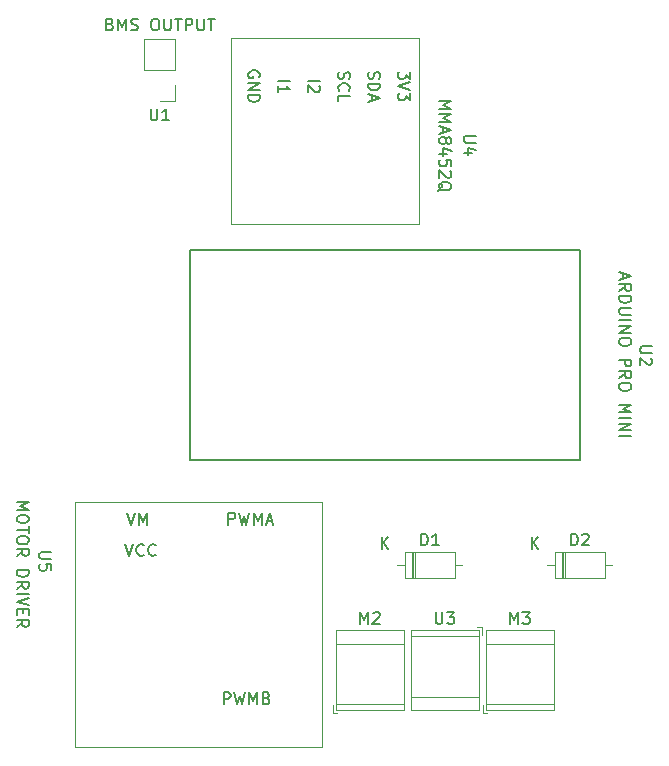
<source format=gbr>
%TF.GenerationSoftware,KiCad,Pcbnew,(6.0.1)*%
%TF.CreationDate,2022-05-15T10:58:49-07:00*%
%TF.ProjectId,BlackberryJam_pcb,426c6163-6b62-4657-9272-794a616d5f70,rev?*%
%TF.SameCoordinates,Original*%
%TF.FileFunction,Legend,Top*%
%TF.FilePolarity,Positive*%
%FSLAX46Y46*%
G04 Gerber Fmt 4.6, Leading zero omitted, Abs format (unit mm)*
G04 Created by KiCad (PCBNEW (6.0.1)) date 2022-05-15 10:58:49*
%MOMM*%
%LPD*%
G01*
G04 APERTURE LIST*
%ADD10C,0.150000*%
%ADD11C,0.120000*%
%ADD12C,0.127000*%
G04 APERTURE END LIST*
D10*
%TO.C,U5*%
X7324310Y-47158853D02*
X6514786Y-47158853D01*
X6419548Y-47206472D01*
X6371929Y-47254091D01*
X6324310Y-47349329D01*
X6324310Y-47539805D01*
X6371929Y-47635043D01*
X6419548Y-47682662D01*
X6514786Y-47730281D01*
X7324310Y-47730281D01*
X7324310Y-48682662D02*
X7324310Y-48206472D01*
X6848119Y-48158853D01*
X6895738Y-48206472D01*
X6943357Y-48301710D01*
X6943357Y-48539805D01*
X6895738Y-48635043D01*
X6848119Y-48682662D01*
X6752881Y-48730281D01*
X6514786Y-48730281D01*
X6419548Y-48682662D01*
X6371929Y-48635043D01*
X6324310Y-48539805D01*
X6324310Y-48301710D01*
X6371929Y-48206472D01*
X6419548Y-48158853D01*
X4415889Y-42915788D02*
X5415889Y-42915788D01*
X4701603Y-43249121D01*
X5415889Y-43582454D01*
X4415889Y-43582454D01*
X5415889Y-44249121D02*
X5415889Y-44439597D01*
X5368270Y-44534835D01*
X5273031Y-44630073D01*
X5082555Y-44677693D01*
X4749222Y-44677693D01*
X4558746Y-44630073D01*
X4463508Y-44534835D01*
X4415889Y-44439597D01*
X4415889Y-44249121D01*
X4463508Y-44153883D01*
X4558746Y-44058645D01*
X4749222Y-44011026D01*
X5082555Y-44011026D01*
X5273031Y-44058645D01*
X5368270Y-44153883D01*
X5415889Y-44249121D01*
X5415889Y-44963407D02*
X5415889Y-45534835D01*
X4415889Y-45249121D02*
X5415889Y-45249121D01*
X5415889Y-46058645D02*
X5415889Y-46249121D01*
X5368270Y-46344359D01*
X5273031Y-46439597D01*
X5082555Y-46487216D01*
X4749222Y-46487216D01*
X4558746Y-46439597D01*
X4463508Y-46344359D01*
X4415889Y-46249121D01*
X4415889Y-46058645D01*
X4463508Y-45963407D01*
X4558746Y-45868169D01*
X4749222Y-45820550D01*
X5082555Y-45820550D01*
X5273031Y-45868169D01*
X5368270Y-45963407D01*
X5415889Y-46058645D01*
X4415889Y-47487216D02*
X4892079Y-47153883D01*
X4415889Y-46915788D02*
X5415889Y-46915788D01*
X5415889Y-47296740D01*
X5368270Y-47391978D01*
X5320650Y-47439597D01*
X5225412Y-47487216D01*
X5082555Y-47487216D01*
X4987317Y-47439597D01*
X4939698Y-47391978D01*
X4892079Y-47296740D01*
X4892079Y-46915788D01*
X4415889Y-48677693D02*
X5415889Y-48677693D01*
X5415889Y-48915788D01*
X5368270Y-49058645D01*
X5273031Y-49153883D01*
X5177793Y-49201502D01*
X4987317Y-49249121D01*
X4844460Y-49249121D01*
X4653984Y-49201502D01*
X4558746Y-49153883D01*
X4463508Y-49058645D01*
X4415889Y-48915788D01*
X4415889Y-48677693D01*
X4415889Y-50249121D02*
X4892079Y-49915788D01*
X4415889Y-49677693D02*
X5415889Y-49677693D01*
X5415889Y-50058645D01*
X5368270Y-50153883D01*
X5320650Y-50201502D01*
X5225412Y-50249121D01*
X5082555Y-50249121D01*
X4987317Y-50201502D01*
X4939698Y-50153883D01*
X4892079Y-50058645D01*
X4892079Y-49677693D01*
X4415889Y-50677693D02*
X5415889Y-50677693D01*
X5415889Y-51011026D02*
X4415889Y-51344359D01*
X5415889Y-51677693D01*
X4939698Y-52011026D02*
X4939698Y-52344359D01*
X4415889Y-52487216D02*
X4415889Y-52011026D01*
X5415889Y-52011026D01*
X5415889Y-52487216D01*
X4415889Y-53487216D02*
X4892079Y-53153883D01*
X4415889Y-52915788D02*
X5415889Y-52915788D01*
X5415889Y-53296740D01*
X5368269Y-53391978D01*
X5320650Y-53439597D01*
X5225412Y-53487216D01*
X5082555Y-53487216D01*
X4987317Y-53439597D01*
X4939698Y-53391978D01*
X4892079Y-53296740D01*
X4892079Y-52915788D01*
X13781929Y-43870699D02*
X14115262Y-44870699D01*
X14448595Y-43870699D01*
X14781929Y-44870699D02*
X14781929Y-43870699D01*
X15115262Y-44584985D01*
X15448595Y-43870699D01*
X15448595Y-44870699D01*
X13593657Y-46477037D02*
X13926991Y-47477037D01*
X14260324Y-46477037D01*
X15165086Y-47381799D02*
X15117467Y-47429418D01*
X14974610Y-47477037D01*
X14879371Y-47477037D01*
X14736514Y-47429418D01*
X14641276Y-47334180D01*
X14593657Y-47238942D01*
X14546038Y-47048466D01*
X14546038Y-46905609D01*
X14593657Y-46715133D01*
X14641276Y-46619895D01*
X14736514Y-46524657D01*
X14879371Y-46477037D01*
X14974610Y-46477037D01*
X15117467Y-46524657D01*
X15165086Y-46572276D01*
X16165086Y-47381799D02*
X16117467Y-47429418D01*
X15974610Y-47477037D01*
X15879371Y-47477037D01*
X15736514Y-47429418D01*
X15641276Y-47334180D01*
X15593657Y-47238942D01*
X15546038Y-47048466D01*
X15546038Y-46905609D01*
X15593657Y-46715133D01*
X15641276Y-46619895D01*
X15736514Y-46524657D01*
X15879371Y-46477037D01*
X15974610Y-46477037D01*
X16117467Y-46524657D01*
X16165086Y-46572276D01*
X22336994Y-44832137D02*
X22336994Y-43832137D01*
X22717947Y-43832137D01*
X22813185Y-43879757D01*
X22860804Y-43927376D01*
X22908423Y-44022614D01*
X22908423Y-44165471D01*
X22860804Y-44260709D01*
X22813185Y-44308328D01*
X22717947Y-44355947D01*
X22336994Y-44355947D01*
X23241756Y-43832137D02*
X23479851Y-44832137D01*
X23670328Y-44117852D01*
X23860804Y-44832137D01*
X24098899Y-43832137D01*
X24479851Y-44832137D02*
X24479851Y-43832137D01*
X24813185Y-44546423D01*
X25146518Y-43832137D01*
X25146518Y-44832137D01*
X25575089Y-44546423D02*
X26051280Y-44546423D01*
X25479851Y-44832137D02*
X25813185Y-43832137D01*
X26146518Y-44832137D01*
X21940891Y-60037749D02*
X21940891Y-59037749D01*
X22321843Y-59037749D01*
X22417081Y-59085369D01*
X22464700Y-59132988D01*
X22512319Y-59228226D01*
X22512319Y-59371083D01*
X22464700Y-59466321D01*
X22417081Y-59513940D01*
X22321843Y-59561559D01*
X21940891Y-59561559D01*
X22845653Y-59037749D02*
X23083748Y-60037749D01*
X23274224Y-59323464D01*
X23464700Y-60037749D01*
X23702795Y-59037749D01*
X24083748Y-60037749D02*
X24083748Y-59037749D01*
X24417081Y-59752035D01*
X24750414Y-59037749D01*
X24750414Y-60037749D01*
X25559938Y-59513940D02*
X25702795Y-59561559D01*
X25750414Y-59609178D01*
X25798033Y-59704416D01*
X25798033Y-59847273D01*
X25750414Y-59942511D01*
X25702795Y-59990130D01*
X25607557Y-60037749D01*
X25226605Y-60037749D01*
X25226605Y-59037749D01*
X25559938Y-59037749D01*
X25655176Y-59085369D01*
X25702795Y-59132988D01*
X25750414Y-59228226D01*
X25750414Y-59323464D01*
X25702795Y-59418702D01*
X25655176Y-59466321D01*
X25559938Y-59513940D01*
X25226605Y-59513940D01*
%TO.C,U4*%
X43252581Y-11915272D02*
X42443057Y-11915272D01*
X42347819Y-11962891D01*
X42300200Y-12010510D01*
X42252581Y-12105748D01*
X42252581Y-12296224D01*
X42300200Y-12391462D01*
X42347819Y-12439081D01*
X42443057Y-12486700D01*
X43252581Y-12486700D01*
X42919247Y-13391462D02*
X42252581Y-13391462D01*
X43300200Y-13153367D02*
X42585914Y-12915272D01*
X42585914Y-13534319D01*
X40187619Y-8938095D02*
X41187619Y-8938095D01*
X40473333Y-9271428D01*
X41187619Y-9604761D01*
X40187619Y-9604761D01*
X40187619Y-10080952D02*
X41187619Y-10080952D01*
X40473333Y-10414285D01*
X41187619Y-10747619D01*
X40187619Y-10747619D01*
X40473333Y-11176190D02*
X40473333Y-11652380D01*
X40187619Y-11080952D02*
X41187619Y-11414285D01*
X40187619Y-11747619D01*
X40759047Y-12223809D02*
X40806666Y-12128571D01*
X40854285Y-12080952D01*
X40949523Y-12033333D01*
X40997142Y-12033333D01*
X41092380Y-12080952D01*
X41140000Y-12128571D01*
X41187619Y-12223809D01*
X41187619Y-12414285D01*
X41140000Y-12509523D01*
X41092380Y-12557142D01*
X40997142Y-12604761D01*
X40949523Y-12604761D01*
X40854285Y-12557142D01*
X40806666Y-12509523D01*
X40759047Y-12414285D01*
X40759047Y-12223809D01*
X40711428Y-12128571D01*
X40663809Y-12080952D01*
X40568571Y-12033333D01*
X40378095Y-12033333D01*
X40282857Y-12080952D01*
X40235238Y-12128571D01*
X40187619Y-12223809D01*
X40187619Y-12414285D01*
X40235238Y-12509523D01*
X40282857Y-12557142D01*
X40378095Y-12604761D01*
X40568571Y-12604761D01*
X40663809Y-12557142D01*
X40711428Y-12509523D01*
X40759047Y-12414285D01*
X40854285Y-13461904D02*
X40187619Y-13461904D01*
X41235238Y-13223809D02*
X40520952Y-12985714D01*
X40520952Y-13604761D01*
X41187619Y-14461904D02*
X41187619Y-13985714D01*
X40711428Y-13938095D01*
X40759047Y-13985714D01*
X40806666Y-14080952D01*
X40806666Y-14319047D01*
X40759047Y-14414285D01*
X40711428Y-14461904D01*
X40616190Y-14509523D01*
X40378095Y-14509523D01*
X40282857Y-14461904D01*
X40235238Y-14414285D01*
X40187619Y-14319047D01*
X40187619Y-14080952D01*
X40235238Y-13985714D01*
X40282857Y-13938095D01*
X41092380Y-14890476D02*
X41140000Y-14938095D01*
X41187619Y-15033333D01*
X41187619Y-15271428D01*
X41140000Y-15366666D01*
X41092380Y-15414285D01*
X40997142Y-15461904D01*
X40901904Y-15461904D01*
X40759047Y-15414285D01*
X40187619Y-14842857D01*
X40187619Y-15461904D01*
X40092380Y-16557142D02*
X40140000Y-16461904D01*
X40235238Y-16366666D01*
X40378095Y-16223809D01*
X40425714Y-16128571D01*
X40425714Y-16033333D01*
X40187619Y-16080952D02*
X40235238Y-15985714D01*
X40330476Y-15890476D01*
X40520952Y-15842857D01*
X40854285Y-15842857D01*
X41044761Y-15890476D01*
X41140000Y-15985714D01*
X41187619Y-16080952D01*
X41187619Y-16271428D01*
X41140000Y-16366666D01*
X41044761Y-16461904D01*
X40854285Y-16509523D01*
X40520952Y-16509523D01*
X40330476Y-16461904D01*
X40235238Y-16366666D01*
X40187619Y-16271428D01*
X40187619Y-16080952D01*
X31675238Y-6523523D02*
X31627619Y-6666380D01*
X31627619Y-6904476D01*
X31675238Y-6999714D01*
X31722857Y-7047333D01*
X31818095Y-7094952D01*
X31913333Y-7094952D01*
X32008571Y-7047333D01*
X32056190Y-6999714D01*
X32103809Y-6904476D01*
X32151428Y-6714000D01*
X32199047Y-6618761D01*
X32246666Y-6571142D01*
X32341904Y-6523523D01*
X32437142Y-6523523D01*
X32532380Y-6571142D01*
X32580000Y-6618761D01*
X32627619Y-6714000D01*
X32627619Y-6952095D01*
X32580000Y-7094952D01*
X31722857Y-8094952D02*
X31675238Y-8047333D01*
X31627619Y-7904476D01*
X31627619Y-7809238D01*
X31675238Y-7666380D01*
X31770476Y-7571142D01*
X31865714Y-7523523D01*
X32056190Y-7475904D01*
X32199047Y-7475904D01*
X32389523Y-7523523D01*
X32484761Y-7571142D01*
X32580000Y-7666380D01*
X32627619Y-7809238D01*
X32627619Y-7904476D01*
X32580000Y-8047333D01*
X32532380Y-8094952D01*
X31627619Y-8999714D02*
X31627619Y-8523523D01*
X32627619Y-8523523D01*
X29087619Y-7237809D02*
X30087619Y-7237809D01*
X29992380Y-7666380D02*
X30040000Y-7714000D01*
X30087619Y-7809238D01*
X30087619Y-8047333D01*
X30040000Y-8142571D01*
X29992380Y-8190190D01*
X29897142Y-8237809D01*
X29801904Y-8237809D01*
X29659047Y-8190190D01*
X29087619Y-7618761D01*
X29087619Y-8237809D01*
X26547619Y-7237809D02*
X27547619Y-7237809D01*
X26547619Y-8237809D02*
X26547619Y-7666380D01*
X26547619Y-7952095D02*
X27547619Y-7952095D01*
X27404761Y-7856857D01*
X27309523Y-7761619D01*
X27261904Y-7666380D01*
X34215238Y-6499714D02*
X34167619Y-6642571D01*
X34167619Y-6880666D01*
X34215238Y-6975904D01*
X34262857Y-7023523D01*
X34358095Y-7071142D01*
X34453333Y-7071142D01*
X34548571Y-7023523D01*
X34596190Y-6975904D01*
X34643809Y-6880666D01*
X34691428Y-6690190D01*
X34739047Y-6594952D01*
X34786666Y-6547333D01*
X34881904Y-6499714D01*
X34977142Y-6499714D01*
X35072380Y-6547333D01*
X35120000Y-6594952D01*
X35167619Y-6690190D01*
X35167619Y-6928285D01*
X35120000Y-7071142D01*
X34167619Y-7499714D02*
X35167619Y-7499714D01*
X35167619Y-7737809D01*
X35120000Y-7880666D01*
X35024761Y-7975904D01*
X34929523Y-8023523D01*
X34739047Y-8071142D01*
X34596190Y-8071142D01*
X34405714Y-8023523D01*
X34310476Y-7975904D01*
X34215238Y-7880666D01*
X34167619Y-7737809D01*
X34167619Y-7499714D01*
X34453333Y-8452095D02*
X34453333Y-8928285D01*
X34167619Y-8356857D02*
X35167619Y-8690190D01*
X34167619Y-9023523D01*
X37707619Y-6475904D02*
X37707619Y-7094952D01*
X37326666Y-6761619D01*
X37326666Y-6904476D01*
X37279047Y-6999714D01*
X37231428Y-7047333D01*
X37136190Y-7094952D01*
X36898095Y-7094952D01*
X36802857Y-7047333D01*
X36755238Y-6999714D01*
X36707619Y-6904476D01*
X36707619Y-6618761D01*
X36755238Y-6523523D01*
X36802857Y-6475904D01*
X37707619Y-7380666D02*
X36707619Y-7714000D01*
X37707619Y-8047333D01*
X37707619Y-8285428D02*
X37707619Y-8904476D01*
X37326666Y-8571142D01*
X37326666Y-8714000D01*
X37279047Y-8809238D01*
X37231428Y-8856857D01*
X37136190Y-8904476D01*
X36898095Y-8904476D01*
X36802857Y-8856857D01*
X36755238Y-8809238D01*
X36707619Y-8714000D01*
X36707619Y-8428285D01*
X36755238Y-8333047D01*
X36802857Y-8285428D01*
X24960000Y-6952095D02*
X25007619Y-6856857D01*
X25007619Y-6714000D01*
X24960000Y-6571142D01*
X24864761Y-6475904D01*
X24769523Y-6428285D01*
X24579047Y-6380666D01*
X24436190Y-6380666D01*
X24245714Y-6428285D01*
X24150476Y-6475904D01*
X24055238Y-6571142D01*
X24007619Y-6714000D01*
X24007619Y-6809238D01*
X24055238Y-6952095D01*
X24102857Y-6999714D01*
X24436190Y-6999714D01*
X24436190Y-6809238D01*
X24007619Y-7428285D02*
X25007619Y-7428285D01*
X24007619Y-7999714D01*
X25007619Y-7999714D01*
X24007619Y-8475904D02*
X25007619Y-8475904D01*
X25007619Y-8714000D01*
X24960000Y-8856857D01*
X24864761Y-8952095D01*
X24769523Y-8999714D01*
X24579047Y-9047333D01*
X24436190Y-9047333D01*
X24245714Y-8999714D01*
X24150476Y-8952095D01*
X24055238Y-8856857D01*
X24007619Y-8714000D01*
X24007619Y-8475904D01*
%TO.C,D1*%
X38631904Y-46592380D02*
X38631904Y-45592380D01*
X38870000Y-45592380D01*
X39012857Y-45640000D01*
X39108095Y-45735238D01*
X39155714Y-45830476D01*
X39203333Y-46020952D01*
X39203333Y-46163809D01*
X39155714Y-46354285D01*
X39108095Y-46449523D01*
X39012857Y-46544761D01*
X38870000Y-46592380D01*
X38631904Y-46592380D01*
X40155714Y-46592380D02*
X39584285Y-46592380D01*
X39870000Y-46592380D02*
X39870000Y-45592380D01*
X39774761Y-45735238D01*
X39679523Y-45830476D01*
X39584285Y-45878095D01*
X35298095Y-46912380D02*
X35298095Y-45912380D01*
X35869523Y-46912380D02*
X35440952Y-46340952D01*
X35869523Y-45912380D02*
X35298095Y-46483809D01*
%TO.C,M2*%
X33480476Y-53232380D02*
X33480476Y-52232380D01*
X33813809Y-52946666D01*
X34147142Y-52232380D01*
X34147142Y-53232380D01*
X34575714Y-52327619D02*
X34623333Y-52280000D01*
X34718571Y-52232380D01*
X34956666Y-52232380D01*
X35051904Y-52280000D01*
X35099523Y-52327619D01*
X35147142Y-52422857D01*
X35147142Y-52518095D01*
X35099523Y-52660952D01*
X34528095Y-53232380D01*
X35147142Y-53232380D01*
%TO.C,U1*%
X15748095Y-9612380D02*
X15748095Y-10421904D01*
X15795714Y-10517142D01*
X15843333Y-10564761D01*
X15938571Y-10612380D01*
X16129047Y-10612380D01*
X16224285Y-10564761D01*
X16271904Y-10517142D01*
X16319523Y-10421904D01*
X16319523Y-9612380D01*
X17319523Y-10612380D02*
X16748095Y-10612380D01*
X17033809Y-10612380D02*
X17033809Y-9612380D01*
X16938571Y-9755238D01*
X16843333Y-9850476D01*
X16748095Y-9898095D01*
X12319523Y-2468571D02*
X12462380Y-2516190D01*
X12510000Y-2563809D01*
X12557619Y-2659047D01*
X12557619Y-2801904D01*
X12510000Y-2897142D01*
X12462380Y-2944761D01*
X12367142Y-2992380D01*
X11986190Y-2992380D01*
X11986190Y-1992380D01*
X12319523Y-1992380D01*
X12414761Y-2040000D01*
X12462380Y-2087619D01*
X12510000Y-2182857D01*
X12510000Y-2278095D01*
X12462380Y-2373333D01*
X12414761Y-2420952D01*
X12319523Y-2468571D01*
X11986190Y-2468571D01*
X12986190Y-2992380D02*
X12986190Y-1992380D01*
X13319523Y-2706666D01*
X13652857Y-1992380D01*
X13652857Y-2992380D01*
X14081428Y-2944761D02*
X14224285Y-2992380D01*
X14462380Y-2992380D01*
X14557619Y-2944761D01*
X14605238Y-2897142D01*
X14652857Y-2801904D01*
X14652857Y-2706666D01*
X14605238Y-2611428D01*
X14557619Y-2563809D01*
X14462380Y-2516190D01*
X14271904Y-2468571D01*
X14176666Y-2420952D01*
X14129047Y-2373333D01*
X14081428Y-2278095D01*
X14081428Y-2182857D01*
X14129047Y-2087619D01*
X14176666Y-2040000D01*
X14271904Y-1992380D01*
X14510000Y-1992380D01*
X14652857Y-2040000D01*
X16033809Y-1992380D02*
X16224285Y-1992380D01*
X16319523Y-2040000D01*
X16414761Y-2135238D01*
X16462380Y-2325714D01*
X16462380Y-2659047D01*
X16414761Y-2849523D01*
X16319523Y-2944761D01*
X16224285Y-2992380D01*
X16033809Y-2992380D01*
X15938571Y-2944761D01*
X15843333Y-2849523D01*
X15795714Y-2659047D01*
X15795714Y-2325714D01*
X15843333Y-2135238D01*
X15938571Y-2040000D01*
X16033809Y-1992380D01*
X16890952Y-1992380D02*
X16890952Y-2801904D01*
X16938571Y-2897142D01*
X16986190Y-2944761D01*
X17081428Y-2992380D01*
X17271904Y-2992380D01*
X17367142Y-2944761D01*
X17414761Y-2897142D01*
X17462380Y-2801904D01*
X17462380Y-1992380D01*
X17795714Y-1992380D02*
X18367142Y-1992380D01*
X18081428Y-2992380D02*
X18081428Y-1992380D01*
X18700476Y-2992380D02*
X18700476Y-1992380D01*
X19081428Y-1992380D01*
X19176666Y-2040000D01*
X19224285Y-2087619D01*
X19271904Y-2182857D01*
X19271904Y-2325714D01*
X19224285Y-2420952D01*
X19176666Y-2468571D01*
X19081428Y-2516190D01*
X18700476Y-2516190D01*
X19700476Y-1992380D02*
X19700476Y-2801904D01*
X19748095Y-2897142D01*
X19795714Y-2944761D01*
X19890952Y-2992380D01*
X20081428Y-2992380D01*
X20176666Y-2944761D01*
X20224285Y-2897142D01*
X20271904Y-2801904D01*
X20271904Y-1992380D01*
X20605238Y-1992380D02*
X21176666Y-1992380D01*
X20890952Y-2992380D02*
X20890952Y-1992380D01*
%TO.C,U3*%
X39884936Y-52246679D02*
X39884936Y-53056203D01*
X39932555Y-53151441D01*
X39980174Y-53199060D01*
X40075412Y-53246679D01*
X40265888Y-53246679D01*
X40361126Y-53199060D01*
X40408745Y-53151441D01*
X40456364Y-53056203D01*
X40456364Y-52246679D01*
X40837317Y-52246679D02*
X41456364Y-52246679D01*
X41123031Y-52627632D01*
X41265888Y-52627632D01*
X41361126Y-52675251D01*
X41408745Y-52722870D01*
X41456364Y-52818108D01*
X41456364Y-53056203D01*
X41408745Y-53151441D01*
X41361126Y-53199060D01*
X41265888Y-53246679D01*
X40980174Y-53246679D01*
X40884936Y-53199060D01*
X40837317Y-53151441D01*
%TO.C,U2*%
X58187326Y-29746721D02*
X57377802Y-29746721D01*
X57282564Y-29794340D01*
X57234945Y-29841959D01*
X57187326Y-29937197D01*
X57187326Y-30127673D01*
X57234945Y-30222911D01*
X57282564Y-30270530D01*
X57377802Y-30318149D01*
X58187326Y-30318149D01*
X58092087Y-30746721D02*
X58139707Y-30794340D01*
X58187326Y-30889578D01*
X58187326Y-31127673D01*
X58139707Y-31222911D01*
X58092087Y-31270530D01*
X57996849Y-31318149D01*
X57901611Y-31318149D01*
X57758754Y-31270530D01*
X57187326Y-30699102D01*
X57187326Y-31318149D01*
X55713333Y-23575238D02*
X55713333Y-24051428D01*
X55427619Y-23480000D02*
X56427619Y-23813333D01*
X55427619Y-24146666D01*
X55427619Y-25051428D02*
X55903809Y-24718095D01*
X55427619Y-24480000D02*
X56427619Y-24480000D01*
X56427619Y-24860952D01*
X56380000Y-24956190D01*
X56332380Y-25003809D01*
X56237142Y-25051428D01*
X56094285Y-25051428D01*
X55999047Y-25003809D01*
X55951428Y-24956190D01*
X55903809Y-24860952D01*
X55903809Y-24480000D01*
X55427619Y-25480000D02*
X56427619Y-25480000D01*
X56427619Y-25718095D01*
X56380000Y-25860952D01*
X56284761Y-25956190D01*
X56189523Y-26003809D01*
X55999047Y-26051428D01*
X55856190Y-26051428D01*
X55665714Y-26003809D01*
X55570476Y-25956190D01*
X55475238Y-25860952D01*
X55427619Y-25718095D01*
X55427619Y-25480000D01*
X56427619Y-26480000D02*
X55618095Y-26480000D01*
X55522857Y-26527619D01*
X55475238Y-26575238D01*
X55427619Y-26670476D01*
X55427619Y-26860952D01*
X55475238Y-26956190D01*
X55522857Y-27003809D01*
X55618095Y-27051428D01*
X56427619Y-27051428D01*
X55427619Y-27527619D02*
X56427619Y-27527619D01*
X55427619Y-28003809D02*
X56427619Y-28003809D01*
X55427619Y-28575238D01*
X56427619Y-28575238D01*
X56427619Y-29241904D02*
X56427619Y-29432380D01*
X56380000Y-29527619D01*
X56284761Y-29622857D01*
X56094285Y-29670476D01*
X55760952Y-29670476D01*
X55570476Y-29622857D01*
X55475238Y-29527619D01*
X55427619Y-29432380D01*
X55427619Y-29241904D01*
X55475238Y-29146666D01*
X55570476Y-29051428D01*
X55760952Y-29003809D01*
X56094285Y-29003809D01*
X56284761Y-29051428D01*
X56380000Y-29146666D01*
X56427619Y-29241904D01*
X55427619Y-30860952D02*
X56427619Y-30860952D01*
X56427619Y-31241904D01*
X56380000Y-31337142D01*
X56332380Y-31384761D01*
X56237142Y-31432380D01*
X56094285Y-31432380D01*
X55999047Y-31384761D01*
X55951428Y-31337142D01*
X55903809Y-31241904D01*
X55903809Y-30860952D01*
X55427619Y-32432380D02*
X55903809Y-32099047D01*
X55427619Y-31860952D02*
X56427619Y-31860952D01*
X56427619Y-32241904D01*
X56380000Y-32337142D01*
X56332380Y-32384761D01*
X56237142Y-32432380D01*
X56094285Y-32432380D01*
X55999047Y-32384761D01*
X55951428Y-32337142D01*
X55903809Y-32241904D01*
X55903809Y-31860952D01*
X56427619Y-33051428D02*
X56427619Y-33241904D01*
X56380000Y-33337142D01*
X56284761Y-33432380D01*
X56094285Y-33480000D01*
X55760952Y-33480000D01*
X55570476Y-33432380D01*
X55475238Y-33337142D01*
X55427619Y-33241904D01*
X55427619Y-33051428D01*
X55475238Y-32956190D01*
X55570476Y-32860952D01*
X55760952Y-32813333D01*
X56094285Y-32813333D01*
X56284761Y-32860952D01*
X56380000Y-32956190D01*
X56427619Y-33051428D01*
X55427619Y-34670476D02*
X56427619Y-34670476D01*
X55713333Y-35003809D01*
X56427619Y-35337142D01*
X55427619Y-35337142D01*
X55427619Y-35813333D02*
X56427619Y-35813333D01*
X55427619Y-36289523D02*
X56427619Y-36289523D01*
X55427619Y-36860952D01*
X56427619Y-36860952D01*
X55427619Y-37337142D02*
X56427619Y-37337142D01*
%TO.C,D2*%
X51331904Y-46592380D02*
X51331904Y-45592380D01*
X51570000Y-45592380D01*
X51712857Y-45640000D01*
X51808095Y-45735238D01*
X51855714Y-45830476D01*
X51903333Y-46020952D01*
X51903333Y-46163809D01*
X51855714Y-46354285D01*
X51808095Y-46449523D01*
X51712857Y-46544761D01*
X51570000Y-46592380D01*
X51331904Y-46592380D01*
X52284285Y-45687619D02*
X52331904Y-45640000D01*
X52427142Y-45592380D01*
X52665238Y-45592380D01*
X52760476Y-45640000D01*
X52808095Y-45687619D01*
X52855714Y-45782857D01*
X52855714Y-45878095D01*
X52808095Y-46020952D01*
X52236666Y-46592380D01*
X52855714Y-46592380D01*
X47998095Y-46912380D02*
X47998095Y-45912380D01*
X48569523Y-46912380D02*
X48140952Y-46340952D01*
X48569523Y-45912380D02*
X47998095Y-46483809D01*
%TO.C,M3*%
X46180476Y-53232380D02*
X46180476Y-52232380D01*
X46513809Y-52946666D01*
X46847142Y-52232380D01*
X46847142Y-53232380D01*
X47228095Y-52232380D02*
X47847142Y-52232380D01*
X47513809Y-52613333D01*
X47656666Y-52613333D01*
X47751904Y-52660952D01*
X47799523Y-52708571D01*
X47847142Y-52803809D01*
X47847142Y-53041904D01*
X47799523Y-53137142D01*
X47751904Y-53184761D01*
X47656666Y-53232380D01*
X47370952Y-53232380D01*
X47275714Y-53184761D01*
X47228095Y-53137142D01*
D11*
%TO.C,U5*%
X9357653Y-63661782D02*
X30257653Y-63661782D01*
X30257653Y-63661782D02*
X30257653Y-42911782D01*
X30257653Y-42911782D02*
X9357653Y-42911782D01*
X9357653Y-42911782D02*
X9357653Y-63661782D01*
%TO.C,U4*%
X38430000Y-3650000D02*
X22530000Y-3650000D01*
X22530000Y-3650000D02*
X22530000Y-19400000D01*
X22530000Y-19400000D02*
X38430000Y-19400000D01*
X38430000Y-19400000D02*
X38430000Y-3650000D01*
%TO.C,D1*%
X41490000Y-49380000D02*
X41490000Y-47140000D01*
X38090000Y-47140000D02*
X38090000Y-49380000D01*
X42140000Y-48260000D02*
X41490000Y-48260000D01*
X37970000Y-47140000D02*
X37970000Y-49380000D01*
X37250000Y-47140000D02*
X37250000Y-49380000D01*
X37250000Y-49380000D02*
X41490000Y-49380000D01*
X37850000Y-47140000D02*
X37850000Y-49380000D01*
X41490000Y-47140000D02*
X37250000Y-47140000D01*
X36600000Y-48260000D02*
X37250000Y-48260000D01*
%TO.C,M2*%
X31400000Y-60000000D02*
X37180000Y-60000000D01*
X31400000Y-60520000D02*
X37180000Y-60520000D01*
X31400000Y-53780000D02*
X37180000Y-53780000D01*
X31400000Y-54900000D02*
X37180000Y-54900000D01*
X31400000Y-53780000D02*
X31400000Y-60520000D01*
X37180000Y-53780000D02*
X37180000Y-60520000D01*
X31160000Y-60760000D02*
X31560000Y-60760000D01*
X31160000Y-60120000D02*
X31160000Y-60760000D01*
%TO.C,U1*%
X17840000Y-3750000D02*
X15180000Y-3750000D01*
X17840000Y-6350000D02*
X15180000Y-6350000D01*
X17840000Y-7620000D02*
X17840000Y-8950000D01*
X17840000Y-6350000D02*
X17840000Y-3750000D01*
X15180000Y-6350000D02*
X15180000Y-3750000D01*
X17840000Y-8950000D02*
X16510000Y-8950000D01*
%TO.C,U3*%
X43770000Y-53540000D02*
X43370000Y-53540000D01*
X43530000Y-53780000D02*
X37750000Y-53780000D01*
X43530000Y-60520000D02*
X43530000Y-53780000D01*
X37750000Y-60520000D02*
X37750000Y-53780000D01*
X43530000Y-54300000D02*
X37750000Y-54300000D01*
X43770000Y-54180000D02*
X43770000Y-53540000D01*
X43530000Y-60520000D02*
X37750000Y-60520000D01*
X43530000Y-59400000D02*
X37750000Y-59400000D01*
D12*
%TO.C,U2*%
X19050000Y-39370000D02*
X52070000Y-39370000D01*
X52070000Y-39370000D02*
X52070000Y-21590000D01*
X19050000Y-21590000D02*
X19050000Y-39370000D01*
X52070000Y-21590000D02*
X19050000Y-21590000D01*
D11*
%TO.C,D2*%
X49300000Y-48260000D02*
X49950000Y-48260000D01*
X50550000Y-47140000D02*
X50550000Y-49380000D01*
X54190000Y-47140000D02*
X49950000Y-47140000D01*
X50670000Y-47140000D02*
X50670000Y-49380000D01*
X54840000Y-48260000D02*
X54190000Y-48260000D01*
X50790000Y-47140000D02*
X50790000Y-49380000D01*
X49950000Y-47140000D02*
X49950000Y-49380000D01*
X49950000Y-49380000D02*
X54190000Y-49380000D01*
X54190000Y-49380000D02*
X54190000Y-47140000D01*
%TO.C,M3*%
X44100000Y-53780000D02*
X44100000Y-60520000D01*
X44100000Y-54900000D02*
X49880000Y-54900000D01*
X44100000Y-60000000D02*
X49880000Y-60000000D01*
X43860000Y-60760000D02*
X44260000Y-60760000D01*
X49880000Y-53780000D02*
X49880000Y-60520000D01*
X44100000Y-60520000D02*
X49880000Y-60520000D01*
X44100000Y-53780000D02*
X49880000Y-53780000D01*
X43860000Y-60120000D02*
X43860000Y-60760000D01*
%TD*%
M02*

</source>
